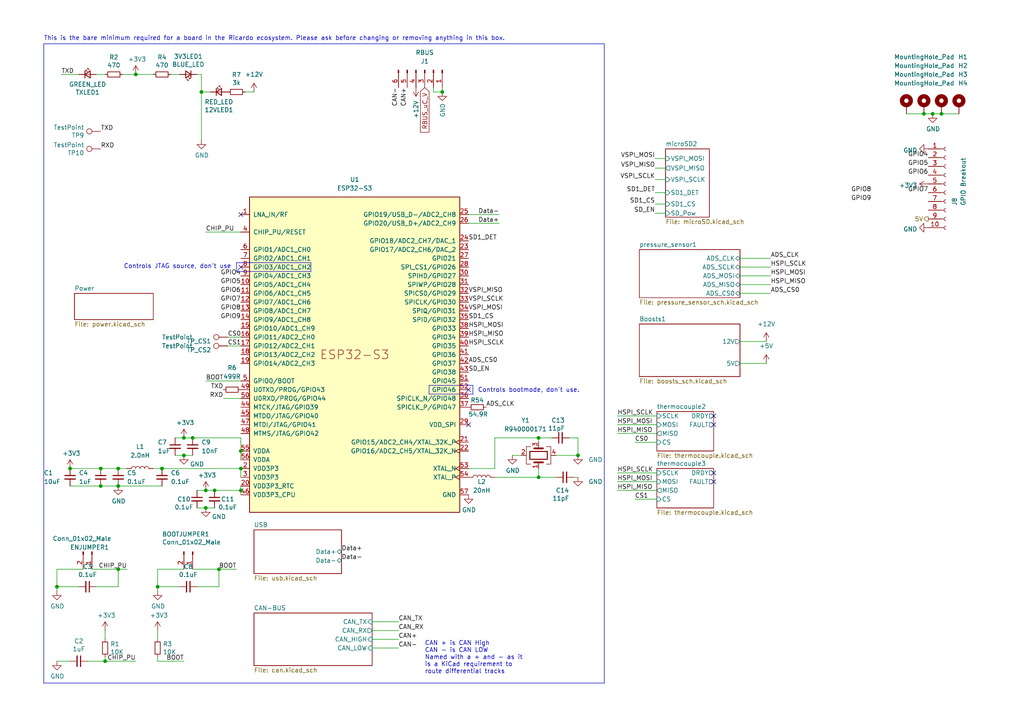
<source format=kicad_sch>
(kicad_sch (version 20231120) (generator "eeschema") (generator_version "8.0")
  (paper "A4")
  (lib_symbols
    (symbol "+12V_1" (power) (pin_names (offset 0))
      (property "Value" "+12V_1" (at 0 3.556 0))
      (symbol "+12V_1_0_1"
        (polyline (pts (xy -0.762 1.27) (xy 0 2.54)))
        (polyline (pts (xy 0 0) (xy 0 2.54)))
        (polyline (pts (xy 0 2.54) (xy 0.762 1.27)))
      )
      (symbol "+12V_1_1_1"
        (pin power_in line (at 0 0 90) (length 0) hide (name "+12V") (number "1"))
      )
    )
    (symbol "Connector:Conn_01x02_Male" (pin_names (offset 1.016) hide)
      (property "Reference" "J" (at 0 2.54 0))
      (property "Value" "Conn_01x02_Male" (at 0 -5.08 0))
      (symbol "Conn_01x02_Male_1_1"
        (polyline (pts (xy 1.27 -2.54) (xy 0.8636 -2.54)) (stroke (width 0.1524)))
        (polyline (pts (xy 1.27 0) (xy 0.8636 0)) (stroke (width 0.1524)))
        (rectangle (start 0.8636 -2.413) (end 0 -2.667) (stroke (width 0.1524)) (fill (type outline)))
        (rectangle (start 0.8636 0.127) (end 0 -0.127) (stroke (width 0.1524)) (fill (type outline)))
        (pin passive line (at 5.08 0 180) (length 3.81) (name "Pin_1") (number "1"))
        (pin passive line (at 5.08 -2.54 180) (length 3.81) (name "Pin_2") (number "2"))
      )
    )
    (symbol "Connector:Conn_01x06_Male" (pin_names (offset 1.016) hide)
      (property "Reference" "J" (at 0 7.62 0))
      (property "Value" "Conn_01x06_Male" (at 0 -10.16 0))
      (symbol "Conn_01x06_Male_1_1"
        (polyline (pts (xy 1.27 -7.62) (xy 0.8636 -7.62)) (stroke (width 0.1524)))
        (polyline (pts (xy 1.27 -5.08) (xy 0.8636 -5.08)) (stroke (width 0.1524)))
        (polyline (pts (xy 1.27 -2.54) (xy 0.8636 -2.54)) (stroke (width 0.1524)))
        (polyline (pts (xy 1.27 0) (xy 0.8636 0)) (stroke (width 0.1524)))
        (polyline (pts (xy 1.27 2.54) (xy 0.8636 2.54)) (stroke (width 0.1524)))
        (polyline (pts (xy 1.27 5.08) (xy 0.8636 5.08)) (stroke (width 0.1524)))
        (rectangle (start 0.8636 -7.493) (end 0 -7.747) (stroke (width 0.1524)) (fill (type outline)))
        (rectangle (start 0.8636 -4.953) (end 0 -5.207) (stroke (width 0.1524)) (fill (type outline)))
        (rectangle (start 0.8636 -2.413) (end 0 -2.667) (stroke (width 0.1524)) (fill (type outline)))
        (rectangle (start 0.8636 0.127) (end 0 -0.127) (stroke (width 0.1524)) (fill (type outline)))
        (rectangle (start 0.8636 2.667) (end 0 2.413) (stroke (width 0.1524)) (fill (type outline)))
        (rectangle (start 0.8636 5.207) (end 0 4.953) (stroke (width 0.1524)) (fill (type outline)))
        (pin passive line (at 5.08 5.08 180) (length 3.81) (name "Pin_1") (number "1"))
        (pin passive line (at 5.08 2.54 180) (length 3.81) (name "Pin_2") (number "2"))
        (pin passive line (at 5.08 0 180) (length 3.81) (name "Pin_3") (number "3"))
        (pin passive line (at 5.08 -2.54 180) (length 3.81) (name "Pin_4") (number "4"))
        (pin passive line (at 5.08 -5.08 180) (length 3.81) (name "Pin_5") (number "5"))
        (pin passive line (at 5.08 -7.62 180) (length 3.81) (name "Pin_6") (number "6"))
      )
    )
    (symbol "Connector:Conn_01x10_Socket" (pin_names (offset 1.016) hide)
      (property "Reference" "J" (at 0 12.7 0))
      (property "Value" "Conn_01x10_Socket" (at 0 -15.24 0))
      (symbol "Conn_01x10_Socket_1_1"
        (arc (start 0 -12.192) (mid -0.5058 -12.7) (end 0 -13.208) (stroke (width 0.1524)))
        (arc (start 0 -9.652) (mid -0.5058 -10.16) (end 0 -10.668) (stroke (width 0.1524)))
        (arc (start 0 -7.112) (mid -0.5058 -7.62) (end 0 -8.128) (stroke (width 0.1524)))
        (arc (start 0 -4.572) (mid -0.5058 -5.08) (end 0 -5.588) (stroke (width 0.1524)))
        (arc (start 0 -2.032) (mid -0.5058 -2.54) (end 0 -3.048) (stroke (width 0.1524)))
        (polyline (pts (xy -1.27 -12.7) (xy -0.508 -12.7)) (stroke (width 0.1524)))
        (polyline (pts (xy -1.27 -10.16) (xy -0.508 -10.16)) (stroke (width 0.1524)))
        (polyline (pts (xy -1.27 -7.62) (xy -0.508 -7.62)) (stroke (width 0.1524)))
        (polyline (pts (xy -1.27 -5.08) (xy -0.508 -5.08)) (stroke (width 0.1524)))
        (polyline (pts (xy -1.27 -2.54) (xy -0.508 -2.54)) (stroke (width 0.1524)))
        (polyline (pts (xy -1.27 0) (xy -0.508 0)) (stroke (width 0.1524)))
        (polyline (pts (xy -1.27 2.54) (xy -0.508 2.54)) (stroke (width 0.1524)))
        (polyline (pts (xy -1.27 5.08) (xy -0.508 5.08)) (stroke (width 0.1524)))
        (polyline (pts (xy -1.27 7.62) (xy -0.508 7.62)) (stroke (width 0.1524)))
        (polyline (pts (xy -1.27 10.16) (xy -0.508 10.16)) (stroke (width 0.1524)))
        (arc (start 0 0.508) (mid -0.5058 0) (end 0 -0.508) (stroke (width 0.1524)))
        (arc (start 0 3.048) (mid -0.5058 2.54) (end 0 2.032) (stroke (width 0.1524)))
        (arc (start 0 5.588) (mid -0.5058 5.08) (end 0 4.572) (stroke (width 0.1524)))
        (arc (start 0 8.128) (mid -0.5058 7.62) (end 0 7.112) (stroke (width 0.1524)))
        (arc (start 0 10.668) (mid -0.5058 10.16) (end 0 9.652) (stroke (width 0.1524)))
        (pin passive line (at -5.08 10.16 0) (length 3.81) (name "Pin_1") (number "1"))
        (pin passive line (at -5.08 -12.7 0) (length 3.81) (name "Pin_10") (number "10"))
        (pin passive line (at -5.08 7.62 0) (length 3.81) (name "Pin_2") (number "2"))
        (pin passive line (at -5.08 5.08 0) (length 3.81) (name "Pin_3") (number "3"))
        (pin passive line (at -5.08 2.54 0) (length 3.81) (name "Pin_4") (number "4"))
        (pin passive line (at -5.08 0 0) (length 3.81) (name "Pin_5") (number "5"))
        (pin passive line (at -5.08 -2.54 0) (length 3.81) (name "Pin_6") (number "6"))
        (pin passive line (at -5.08 -5.08 0) (length 3.81) (name "Pin_7") (number "7"))
        (pin passive line (at -5.08 -7.62 0) (length 3.81) (name "Pin_8") (number "8"))
        (pin passive line (at -5.08 -10.16 0) (length 3.81) (name "Pin_9") (number "9"))
      )
    )
    (symbol "Connector:TestPoint" (pin_numbers hide) (pin_names (offset 0.762) hide)
      (property "Reference" "TP" (at 0 6.858 0))
      (property "Value" "TestPoint" (at 0 5.08 0))
      (symbol "TestPoint_0_1"
        (circle (center 0 3.302) (radius 0.762))
      )
      (symbol "TestPoint_1_1"
        (pin passive line (at 0 0 90) (length 2.54) (name "1") (number "1"))
      )
    )
    (symbol "Device:C_Small" (pin_numbers hide) (pin_names (offset 0.254) hide)
      (property "Reference" "C" (at 0.254 1.778 0))
      (property "Value" "C_Small" (at 0.254 -2.032 0))
      (symbol "C_Small_0_1"
        (polyline (pts (xy -1.524 -0.508) (xy 1.524 -0.508)) (stroke (width 0.3302)))
        (polyline (pts (xy -1.524 0.508) (xy 1.524 0.508)) (stroke (width 0.3048)))
      )
      (symbol "C_Small_1_1"
        (pin passive line (at 0 2.54 270) (length 2.032) (name "~") (number "1"))
        (pin passive line (at 0 -2.54 90) (length 2.032) (name "~") (number "2"))
      )
    )
    (symbol "Device:Crystal_GND24" (pin_names (offset 1.016) hide)
      (property "Reference" "Y" (at 3.175 5.08 0))
      (property "Value" "Crystal_GND24" (at 3.175 3.175 0))
      (symbol "Crystal_GND24_0_1"
        (rectangle (start -1.143 2.54) (end 1.143 -2.54) (stroke (width 0.3048)))
        (polyline (pts (xy -2.54 0) (xy -2.032 0)))
        (polyline (pts (xy -2.032 -1.27) (xy -2.032 1.27)) (stroke (width 0.508)))
        (polyline (pts (xy 0 -3.81) (xy 0 -3.556)))
        (polyline (pts (xy 0 3.556) (xy 0 3.81)))
        (polyline (pts (xy 2.032 -1.27) (xy 2.032 1.27)) (stroke (width 0.508)))
        (polyline (pts (xy 2.032 0) (xy 2.54 0)))
        (polyline (pts (xy -2.54 -2.286) (xy -2.54 -3.556) (xy 2.54 -3.556) (xy 2.54 -2.286)))
        (polyline (pts (xy -2.54 2.286) (xy -2.54 3.556) (xy 2.54 3.556) (xy 2.54 2.286)))
      )
      (symbol "Crystal_GND24_1_1"
        (pin passive line (at -3.81 0 0) (length 1.27) (name "1") (number "1"))
        (pin passive line (at 0 5.08 270) (length 1.27) (name "2") (number "2"))
        (pin passive line (at 3.81 0 180) (length 1.27) (name "3") (number "3"))
        (pin passive line (at 0 -5.08 90) (length 1.27) (name "4") (number "4"))
      )
    )
    (symbol "Device:L" (pin_numbers hide) (pin_names (offset 1.016) hide)
      (property "Reference" "L" (at -1.27 0 90))
      (property "Value" "L" (at 1.905 0 90))
      (symbol "L_0_1"
        (arc (start 0 -2.54) (mid 0.6323 -1.905) (end 0 -1.27))
        (arc (start 0 -1.27) (mid 0.6323 -0.635) (end 0 0))
        (arc (start 0 0) (mid 0.6323 0.635) (end 0 1.27))
        (arc (start 0 1.27) (mid 0.6323 1.905) (end 0 2.54))
      )
      (symbol "L_1_1"
        (pin passive line (at 0 3.81 270) (length 1.27) (name "1") (number "1"))
        (pin passive line (at 0 -3.81 90) (length 1.27) (name "2") (number "2"))
      )
    )
    (symbol "Device:LED_Small" (pin_numbers hide) (pin_names (offset 0.254) hide)
      (property "Reference" "D" (at -1.27 3.175 0))
      (property "Value" "LED_Small" (at -4.445 -2.54 0))
      (symbol "LED_Small_0_1"
        (polyline (pts (xy -0.762 -1.016) (xy -0.762 1.016)) (stroke (width 0.254)))
        (polyline (pts (xy 1.016 0) (xy -0.762 0)))
        (polyline (pts (xy 0.762 -1.016) (xy -0.762 0) (xy 0.762 1.016) (xy 0.762 -1.016)) (stroke (width 0.254)))
        (polyline (pts (xy 0 0.762) (xy -0.508 1.27) (xy -0.254 1.27) (xy -0.508 1.27) (xy -0.508 1.016)))
        (polyline (pts (xy 0.508 1.27) (xy 0 1.778) (xy 0.254 1.778) (xy 0 1.778) (xy 0 1.524)))
      )
      (symbol "LED_Small_1_1"
        (pin passive line (at -2.54 0 0) (length 1.778) (name "K") (number "1"))
        (pin passive line (at 2.54 0 180) (length 1.778) (name "A") (number "2"))
      )
    )
    (symbol "Device:R_Small" (pin_numbers hide) (pin_names (offset 0.254) hide)
      (property "Reference" "R" (at 0.762 0.508 0))
      (property "Value" "R_Small" (at 0.762 -1.016 0))
      (symbol "R_Small_0_1"
        (rectangle (start -0.762 1.778) (end 0.762 -1.778) (stroke (width 0.2032)))
      )
      (symbol "R_Small_1_1"
        (pin passive line (at 0 2.54 270) (length 0.762) (name "~") (number "1"))
        (pin passive line (at 0 -2.54 90) (length 0.762) (name "~") (number "2"))
      )
    )
    (symbol "Espressif:ESP32-S3" (pin_names (offset 1.016))
      (property "Reference" "U" (at 0 48.26 0))
      (property "Value" "ESP32-S3" (at 0 -48.26 0))
      (symbol "ESP32-S3_0_0"
        (text "ESP32-S3" (at 0 0 0) (effects (font (size 2.54 2.54))))
        (pin bidirectional line (at 33.02 -12.7 180) (length 2.54) (name "SPICLK_N/GPIO48") (number "36"))
        (pin bidirectional line (at 33.02 -15.24 180) (length 2.54) (name "SPICLK_P/GPIO47") (number "37"))
      )
      (symbol "ESP32-S3_0_1"
        (rectangle (start -30.48 45.72) (end 30.48 -45.72) (stroke (width 0.254)) (fill (type background)))
      )
      (symbol "ESP32-S3_1_1"
        (pin bidirectional line (at -33.02 40.64 0) (length 2.54) (name "LNA_IN/RF") (number "1"))
        (pin bidirectional line (at -33.02 20.32 0) (length 2.54) (name "GPIO5/ADC1_CH4") (number "10"))
        (pin bidirectional line (at -33.02 17.78 0) (length 2.54) (name "GPIO6/ADC1_CH5") (number "11"))
        (pin bidirectional line (at -33.02 15.24 0) (length 2.54) (name "GPIO7/ADC1_CH6") (number "12"))
        (pin bidirectional line (at -33.02 12.7 0) (length 2.54) (name "GPIO8/ADC1_CH7") (number "13"))
        (pin bidirectional line (at -33.02 10.16 0) (length 2.54) (name "GPIO9/ADC1_CH8") (number "14"))
        (pin bidirectional line (at -33.02 7.62 0) (length 2.54) (name "GPIO10/ADC1_CH9") (number "15"))
        (pin bidirectional line (at -33.02 5.08 0) (length 2.54) (name "GPIO11/ADC2_CH0") (number "16"))
        (pin bidirectional line (at -33.02 2.54 0) (length 2.54) (name "GPIO12/ADC2_CH1") (number "17"))
        (pin bidirectional line (at -33.02 0 0) (length 2.54) (name "GPIO13/ADC2_CH2") (number "18"))
        (pin bidirectional line (at -33.02 -2.54 0) (length 2.54) (name "GPIO14/ADC2_CH3") (number "19"))
        (pin power_in line (at -33.02 -33.02 0) (length 2.54) (name "VDD3P3") (number "2"))
        (pin power_in line (at -33.02 -38.1 0) (length 2.54) (name "VDD3P3_RTC") (number "20"))
        (pin input clock (at 33.02 -25.4 180) (length 2.54) (name "GPIO15/ADC2_CH4/XTAL_32K_P") (number "21"))
        (pin output clock (at 33.02 -27.94 180) (length 2.54) (name "GPIO16/ADC2_CH5/XTAL_32K_N") (number "22"))
        (pin bidirectional line (at 33.02 30.48 180) (length 2.54) (name "GPIO17/ADC2_CH6/DAC_2") (number "23"))
        (pin bidirectional line (at 33.02 33.02 180) (length 2.54) (name "GPIO18/ADC2_CH7/DAC_1") (number "24"))
        (pin bidirectional line (at 33.02 40.64 180) (length 2.54) (name "GPIO19/USB_D-/ADC2_CH8") (number "25"))
        (pin bidirectional line (at 33.02 38.1 180) (length 2.54) (name "GPIO20/USB_D+/ADC2_CH9") (number "26"))
        (pin bidirectional line (at 33.02 27.94 180) (length 2.54) (name "GPIO21") (number "27"))
        (pin bidirectional line (at 33.02 25.4 180) (length 2.54) (name "SPI_CS1/GPIO26") (number "28"))
        (pin power_out line (at 33.02 -20.32 180) (length 2.54) (name "VDD_SPI") (number "29"))
        (pin power_in line (at -33.02 -35.56 0) (length 2.54) (name "VDD3P3") (number "3"))
        (pin bidirectional line (at 33.02 22.86 180) (length 2.54) (name "SPIHD/GPIO27") (number "30"))
        (pin bidirectional line (at 33.02 20.32 180) (length 2.54) (name "SPIWP/GPIO28") (number "31"))
        (pin bidirectional line (at 33.02 17.78 180) (length 2.54) (name "SPICS0/GPIO29") (number "32"))
        (pin bidirectional line (at 33.02 15.24 180) (length 2.54) (name "SPICLK/GPIO30") (number "33"))
        (pin bidirectional line (at 33.02 12.7 180) (length 2.54) (name "SPIQ/GPIO31") (number "34"))
        (pin bidirectional line (at 33.02 10.16 180) (length 2.54) (name "SPID/GPIO32") (number "35"))
        (pin bidirectional line (at 33.02 7.62 180) (length 2.54) (name "GPIO33") (number "38"))
        (pin bidirectional line (at 33.02 5.08 180) (length 2.54) (name "GPIO34") (number "39"))
        (pin input line (at -33.02 35.56 0) (length 2.54) (name "CHIP_PU/RESET") (number "4"))
        (pin bidirectional line (at 33.02 2.54 180) (length 2.54) (name "GPIO35") (number "40"))
        (pin bidirectional line (at 33.02 0 180) (length 2.54) (name "GPIO36") (number "41"))
        (pin bidirectional line (at 33.02 -2.54 180) (length 2.54) (name "GPIO37") (number "42"))
        (pin bidirectional line (at 33.02 -5.08 180) (length 2.54) (name "GPIO38") (number "43"))
        (pin bidirectional line (at -33.02 -15.24 0) (length 2.54) (name "MTCK/JTAG/GPIO39") (number "44"))
        (pin bidirectional line (at -33.02 -17.78 0) (length 2.54) (name "MTDO/JTAG/GPIO40") (number "45"))
        (pin power_in line (at -33.02 -40.64 0) (length 2.54) (name "VDD3P3_CPU") (number "46"))
        (pin bidirectional line (at -33.02 -20.32 0) (length 2.54) (name "MTDI/JTAG/GPIO41") (number "47"))
        (pin bidirectional line (at -33.02 -22.86 0) (length 2.54) (name "MTMS/JTAG/GPIO42") (number "48"))
        (pin bidirectional line (at -33.02 -10.16 0) (length 2.54) (name "U0TXD/PROG/GPIO43") (number "49"))
        (pin bidirectional line (at -33.02 -7.62 0) (length 2.54) (name "GPIO0/BOOT") (number "5"))
        (pin bidirectional line (at -33.02 -12.7 0) (length 2.54) (name "U0RXD/PROG/GPIO44") (number "50"))
        (pin bidirectional line (at 33.02 -7.62 180) (length 2.54) (name "GPIO45") (number "51"))
        (pin bidirectional line (at 33.02 -10.16 180) (length 2.54) (name "GPIO46") (number "52"))
        (pin input clock (at 33.02 -33.02 180) (length 2.54) (name "XTAL_N") (number "53"))
        (pin output clock (at 33.02 -35.56 180) (length 2.54) (name "XTAL_P") (number "54"))
        (pin power_in line (at -33.02 -27.94 0) (length 2.54) (name "VDDA") (number "55"))
        (pin power_in line (at -33.02 -30.48 0) (length 2.54) (name "VDDA") (number "56"))
        (pin power_in line (at 33.02 -40.64 180) (length 2.54) (name "GND") (number "57"))
        (pin bidirectional line (at -33.02 30.48 0) (length 2.54) (name "GPIO1/ADC1_CH0") (number "6"))
        (pin bidirectional line (at -33.02 27.94 0) (length 2.54) (name "GPIO2/ADC1_CH1") (number "7"))
        (pin bidirectional line (at -33.02 25.4 0) (length 2.54) (name "GPIO3/ADC1_CH2") (number "8"))
        (pin bidirectional line (at -33.02 22.86 0) (length 2.54) (name "GPIO4/ADC1_CH3") (number "9"))
      )
    )
    (symbol "Mechanical:MountingHole_Pad" (pin_numbers hide) (pin_names (offset 1.016) hide)
      (property "Reference" "H" (at 0 6.35 0))
      (property "Value" "MountingHole_Pad" (at 0 4.445 0))
      (symbol "MountingHole_Pad_0_1"
        (circle (center 0 1.27) (radius 1.27) (stroke (width 1.27)))
      )
      (symbol "MountingHole_Pad_1_1"
        (pin input line (at 0 -2.54 90) (length 2.54) (name "1") (number "1"))
      )
    )
    (symbol "power:+12V" (power) (pin_names (offset 0))
      (property "Value" "+12V" (at 0 3.556 0))
      (symbol "+12V_0_1"
        (polyline (pts (xy -0.762 1.27) (xy 0 2.54)))
        (polyline (pts (xy 0 0) (xy 0 2.54)))
        (polyline (pts (xy 0 2.54) (xy 0.762 1.27)))
      )
      (symbol "+12V_1_1"
        (pin power_in line (at 0 0 90) (length 0) hide (name "+12V") (number "1"))
      )
    )
    (symbol "power:+3.3V" (power) (pin_names (offset 0))
      (property "Value" "+3.3V" (at 0 3.556 0))
      (symbol "+3.3V_0_1"
        (polyline (pts (xy -0.762 1.27) (xy 0 2.54)))
        (polyline (pts (xy 0 0) (xy 0 2.54)))
        (polyline (pts (xy 0 2.54) (xy 0.762 1.27)))
      )
      (symbol "+3.3V_1_1"
        (pin power_in line (at 0 0 90) (length 0) hide (name "+3V3") (number "1"))
      )
    )
    (symbol "power:+5V" (power) (pin_names (offset 0))
      (property "Value" "+5V" (at 0 3.556 0))
      (symbol "+5V_0_1"
        (polyline (pts (xy -0.762 1.27) (xy 0 2.54)))
        (polyline (pts (xy 0 0) (xy 0 2.54)))
        (polyline (pts (xy 0 2.54) (xy 0.762 1.27)))
      )
      (symbol "+5V_1_1"
        (pin power_in line (at 0 0 90) (length 0) hide (name "+5V") (number "1"))
      )
    )
    (symbol "power:GND" (power) (pin_names (offset 0))
      (property "Value" "GND" (at 0 -3.81 0))
      (symbol "GND_0_1"
        (polyline (pts (xy 0 0) (xy 0 -1.27) (xy 1.27 -1.27) (xy 0 -2.54) (xy -1.27 -1.27) (xy 0 -1.27)))
      )
      (symbol "GND_1_1"
        (pin power_in line (at 0 0 270) (length 0) hide (name "GND") (number "1"))
      )
    )
  )
  (junction (at 39.37 21.59))
  (junction (at 59.69 142.24))
  (junction (at 53.34 127))
  (junction (at 58.42 26.67))
  (junction (at 30.48 191.77))
  (junction (at 69.85 142.24))
  (junction (at 55.88 127))
  (junction (at 63.5 165.1))
  (junction (at 59.69 147.32))
  (junction (at 62.23 142.24))
  (junction (at 34.29 135.89))
  (junction (at 20.32 135.89))
  (junction (at 45.72 170.18))
  (junction (at 29.21 135.89))
  (junction (at 34.29 140.97))
  (junction (at 156.21 127))
  (junction (at 273.05 33.02))
  (junction (at 53.34 132.08))
  (junction (at 156.21 138.43))
  (junction (at 69.85 130.81))
  (junction (at 29.21 140.97))
  (junction (at 16.51 170.18))
  (junction (at 270.51 33.02))
  (junction (at 267.97 33.02))
  (junction (at 167.64 132.08))
  (junction (at 46.99 135.89))
  (junction (at 128.27 26.67))
  (junction (at 34.29 165.1))
  (junction (at 69.85 135.89))
  (no_connect (at 207.01 139.7))
  (no_connect (at 69.85 77.47))
  (no_connect (at 207.01 123.19))
  (no_connect (at 69.85 62.23))
  (no_connect (at 135.89 113.03))
  (no_connect (at 207.01 120.65))
  (no_connect (at 135.89 123.19))
  (no_connect (at 207.01 137.16))
  (wire (pts (xy 189.992 59.182) (xy 193.04 59.182)))
  (wire (pts (xy 30.48 191.77) (xy 30.48 190.5)))
  (wire (pts (xy 135.89 62.23) (xy 144.78 62.23)))
  (wire (pts (xy 69.85 135.89) (xy 69.85 138.43)))
  (polyline (pts (xy 90.17 78.74) (xy 68.58 78.74)))
  (wire (pts (xy 63.5 170.18) (xy 63.5 165.1)))
  (polyline (pts (xy 68.58 76.2) (xy 68.58 78.74)))
  (wire (pts (xy 60.96 26.67) (xy 58.42 26.67)))
  (wire (pts (xy 16.51 191.77) (xy 20.32 191.77)))
  (wire (pts (xy 184.15 144.78) (xy 190.5 144.78)))
  (wire (pts (xy 107.95 180.34) (xy 115.57 180.34)))
  (wire (pts (xy 128.27 25.4) (xy 128.27 26.67)))
  (wire (pts (xy 179.07 123.19) (xy 190.5 123.19)))
  (wire (pts (xy 160.02 127) (xy 156.21 127)))
  (wire (pts (xy 45.72 165.1) (xy 53.34 165.1)))
  (wire (pts (xy 193.04 52.07) (xy 189.992 52.07)))
  (wire (pts (xy 125.73 26.67) (xy 128.27 26.67)))
  (wire (pts (xy 58.42 21.59) (xy 57.15 21.59)))
  (wire (pts (xy 29.21 135.89) (xy 34.29 135.89)))
  (wire (pts (xy 143.51 138.43) (xy 156.21 138.43)))
  (wire (pts (xy 59.69 110.49) (xy 69.85 110.49)))
  (polyline (pts (xy 12.7 12.7) (xy 12.7 198.12)))
  (wire (pts (xy 214.63 80.01) (xy 223.52 80.01)))
  (wire (pts (xy 267.97 33.02) (xy 262.89 33.02)))
  (wire (pts (xy 16.51 170.18) (xy 16.51 171.45)))
  (wire (pts (xy 57.15 170.18) (xy 63.5 170.18)))
  (polyline (pts (xy 137.16 111.76) (xy 137.16 114.3)))
  (wire (pts (xy 68.58 165.1) (xy 63.5 165.1)))
  (wire (pts (xy 179.07 120.65) (xy 190.5 120.65)))
  (wire (pts (xy 27.94 21.59) (xy 30.48 21.59)))
  (wire (pts (xy 16.51 165.1) (xy 16.51 170.18)))
  (wire (pts (xy 161.29 132.08) (xy 167.64 132.08)))
  (wire (pts (xy 30.48 182.88) (xy 30.48 185.42)))
  (wire (pts (xy 57.15 147.32) (xy 59.69 147.32)))
  (polyline (pts (xy 68.58 76.2) (xy 90.17 76.2)))
  (wire (pts (xy 34.29 135.89) (xy 36.83 135.89)))
  (wire (pts (xy 69.85 142.24) (xy 69.85 143.51)))
  (wire (pts (xy 62.23 142.24) (xy 69.85 142.24)))
  (wire (pts (xy 64.77 115.57) (xy 69.85 115.57)))
  (wire (pts (xy 53.34 132.08) (xy 55.88 132.08)))
  (wire (pts (xy 143.51 135.89) (xy 143.51 127)))
  (wire (pts (xy 190.5 125.73) (xy 179.07 125.73)))
  (wire (pts (xy 156.21 127) (xy 156.21 128.27)))
  (wire (pts (xy 34.29 165.1) (xy 36.83 165.1)))
  (wire (pts (xy 50.8 132.08) (xy 53.34 132.08)))
  (polyline (pts (xy 124.46 111.76) (xy 124.46 114.3)))
  (polyline (pts (xy 12.7 12.7) (xy 175.26 12.7)))
  (wire (pts (xy 44.45 135.89) (xy 46.99 135.89)))
  (wire (pts (xy 69.85 130.81) (xy 69.85 133.35)))
  (wire (pts (xy 189.992 55.88) (xy 193.04 55.88)))
  (wire (pts (xy 22.86 170.18) (xy 16.51 170.18)))
  (wire (pts (xy 189.992 61.849) (xy 193.04 61.849)))
  (wire (pts (xy 50.8 127) (xy 53.34 127)))
  (wire (pts (xy 17.78 21.59) (xy 22.86 21.59)))
  (wire (pts (xy 52.07 170.18) (xy 45.72 170.18)))
  (wire (pts (xy 214.63 74.93) (xy 223.52 74.93)))
  (wire (pts (xy 66.04 100.33) (xy 69.85 100.33)))
  (wire (pts (xy 278.13 33.02) (xy 273.05 33.02)))
  (wire (pts (xy 29.21 140.97) (xy 34.29 140.97)))
  (wire (pts (xy 35.56 21.59) (xy 39.37 21.59)))
  (wire (pts (xy 55.88 127) (xy 69.85 127)))
  (wire (pts (xy 107.95 187.96) (xy 115.57 187.96)))
  (wire (pts (xy 107.95 182.88) (xy 115.57 182.88)))
  (wire (pts (xy 69.85 127) (xy 69.85 130.81)))
  (polyline (pts (xy 137.16 114.3) (xy 124.46 114.3)))
  (wire (pts (xy 214.63 85.09) (xy 223.52 85.09)))
  (wire (pts (xy 193.04 45.974) (xy 189.992 45.974)))
  (wire (pts (xy 55.88 165.1) (xy 63.5 165.1)))
  (wire (pts (xy 193.04 48.768) (xy 189.992 48.768)))
  (wire (pts (xy 125.73 25.4) (xy 125.73 26.67)))
  (wire (pts (xy 25.4 191.77) (xy 30.48 191.77)))
  (wire (pts (xy 273.05 33.02) (xy 270.51 33.02)))
  (wire (pts (xy 135.89 135.89) (xy 143.51 135.89)))
  (wire (pts (xy 45.72 170.18) (xy 45.72 171.45)))
  (wire (pts (xy 45.72 191.77) (xy 45.72 190.5)))
  (wire (pts (xy 49.53 21.59) (xy 52.07 21.59)))
  (wire (pts (xy 148.59 132.08) (xy 151.13 132.08)))
  (wire (pts (xy 179.07 137.16) (xy 190.5 137.16)))
  (wire (pts (xy 58.42 21.59) (xy 58.42 26.67)))
  (wire (pts (xy 161.29 138.43) (xy 156.21 138.43)))
  (wire (pts (xy 59.69 67.31) (xy 69.85 67.31)))
  (wire (pts (xy 214.63 82.55) (xy 223.52 82.55)))
  (wire (pts (xy 53.34 191.77) (xy 45.72 191.77)))
  (wire (pts (xy 214.63 105.41) (xy 222.25 105.41)))
  (wire (pts (xy 214.63 99.06) (xy 222.25 99.06)))
  (wire (pts (xy 58.42 26.67) (xy 58.42 40.64)))
  (wire (pts (xy 184.15 128.27) (xy 190.5 128.27)))
  (wire (pts (xy 156.21 135.89) (xy 156.21 138.43)))
  (wire (pts (xy 34.29 170.18) (xy 34.29 165.1)))
  (polyline (pts (xy 90.17 76.2) (xy 90.17 78.74)))
  (wire (pts (xy 143.51 127) (xy 156.21 127)))
  (wire (pts (xy 167.64 138.43) (xy 166.37 138.43)))
  (wire (pts (xy 20.32 135.89) (xy 29.21 135.89)))
  (wire (pts (xy 167.64 127) (xy 167.64 132.08)))
  (wire (pts (xy 66.04 97.79) (xy 69.85 97.79)))
  (wire (pts (xy 190.5 142.24) (xy 179.07 142.24)))
  (wire (pts (xy 39.37 21.59) (xy 44.45 21.59)))
  (polyline (pts (xy 124.46 111.76) (xy 137.16 111.76)))
  (wire (pts (xy 59.69 147.32) (xy 62.23 147.32)))
  (wire (pts (xy 30.48 191.77) (xy 39.37 191.77)))
  (wire (pts (xy 270.51 33.02) (xy 267.97 33.02)))
  (wire (pts (xy 107.95 185.42) (xy 115.57 185.42)))
  (wire (pts (xy 53.34 127) (xy 55.88 127)))
  (wire (pts (xy 73.66 26.67) (xy 71.12 26.67)))
  (wire (pts (xy 46.99 135.89) (xy 69.85 135.89)))
  (polyline (pts (xy 175.26 12.7) (xy 175.26 198.12)))
  (wire (pts (xy 34.29 140.97) (xy 46.99 140.97)))
  (wire (pts (xy 135.89 64.77) (xy 144.78 64.77)))
  (wire (pts (xy 27.94 170.18) (xy 34.29 170.18)))
  (wire (pts (xy 214.63 77.47) (xy 223.52 77.47)))
  (wire (pts (xy 45.72 165.1) (xy 45.72 170.18)))
  (wire (pts (xy 59.69 142.24) (xy 62.23 142.24)))
  (wire (pts (xy 57.15 142.24) (xy 59.69 142.24)))
  (wire (pts (xy 20.32 140.97) (xy 29.21 140.97)))
  (wire (pts (xy 69.85 142.24) (xy 69.85 140.97)))
  (wire (pts (xy 167.64 127) (xy 165.1 127)))
  (wire (pts (xy 179.07 139.7) (xy 190.5 139.7)))
  (wire (pts (xy 26.67 165.1) (xy 34.29 165.1)))
  (wire (pts (xy 45.72 182.88) (xy 45.72 185.42)))
  (wire (pts (xy 16.51 165.1) (xy 24.13 165.1)))
  (polyline (pts (xy 175.26 198.12) (xy 12.7 198.12)))
  (text "Controls bootmode, don't use.\n" (at 138.5894 113.9757 0) (effects (font (size 1.27 1.27)) (justify left bottom)))
  (text "This is the bare minimum required for a board in the Ricardo ecosystem. Please ask before changing or removing anything in this box.\n\n" (at 12.7 13.97 0) (effects (font (size 1.27 1.27)) (justify left bottom)))
  (text "CAN + is CAN High\nCAN - is CAN LOW\nNamed with a + and - as it\nis a KiCad requirement to\nroute differential tracks\n" (at 123.19 195.58 0) (effects (font (size 1.27 1.27)) (justify left bottom)))
  (text "Controls JTAG source, don't use\n" (at 67.0857 78.0878 0) (effects (font (size 1.27 1.27)) (justify right bottom)))
  (label "ADS_CS0" (at 135.89 105.41 0))
  (label "GPIO9" (at 252.73 58.42 180))
  (label "ADS_CLK" (at 223.52 74.93 0))
  (label "GPIO5" (at 269.24 48.26 180))
  (label "VSPI_MISO" (at 135.89 85.09 0))
  (label "CS0" (at 66.04 97.79 0))
  (label "CHIP_PU" (at 36.83 165.1 180))
  (label "GPIO8" (at 69.85 90.17 180))
  (label "GPIO6" (at 269.24 50.8 180))
  (label "CAN+" (at 115.57 185.42 0))
  (label "Data+" (at 99.06 160.02 0))
  (label "RXD" (at 29.21 43.18 0))
  (label "GPIO4" (at 69.85 80.01 180))
  (label "GPIO7" (at 69.85 87.63 180))
  (label "HSPI_MISO" (at 179.07 142.24 0))
  (label "HSPI_MOSI" (at 179.07 139.7 0))
  (label "HSPI_MOSI" (at 179.07 123.19 0))
  (label "CS0" (at 184.15 128.27 0))
  (label "HSPI_SCLK" (at 223.52 77.47 0))
  (label "SD1_CS" (at 189.992 59.182 180))
  (label "Data-" (at 99.06 162.56 0))
  (label "BOOT" (at 53.34 191.77 180))
  (label "VSPI_SCLK" (at 189.992 52.07 180))
  (label "GPIO6" (at 69.85 85.09 180))
  (label "SD_EN" (at 189.992 61.849 180))
  (label "TXD" (at 29.21 38.1 0))
  (label "HSPI_MISO" (at 223.52 82.55 0))
  (label "CS1" (at 66.04 100.33 0))
  (label "CAN-" (at 115.57 25.4 270))
  (label "HSPI_MOSI" (at 223.52 80.01 0))
  (label "CAN+" (at 118.11 25.4 270))
  (label "GPIO4" (at 269.24 45.72 180))
  (label "ADS_CLK" (at 140.97 118.11 0))
  (label "CAN_TX" (at 115.57 180.34 0))
  (label "GPIO5" (at 69.85 82.55 180))
  (label "HSPI_MOSI" (at 135.89 95.25 0))
  (label "BOOT" (at 68.58 165.1 180))
  (label "CS1" (at 184.15 144.78 0))
  (label "VSPI_MISO" (at 189.992 48.768 180))
  (label "HSPI_SCLK" (at 135.89 100.33 0))
  (label "SD_EN" (at 135.89 107.95 0))
  (label "RXD" (at 64.77 115.57 180))
  (label "SD1_CS" (at 135.89 92.71 0))
  (label "BOOT" (at 59.69 110.49 0))
  (label "TXD" (at 64.77 113.03 180))
  (label "VSPI_SCLK" (at 135.89 87.63 0))
  (label "GPIO7" (at 269.24 55.88 180))
  (label "HSPI_MISO" (at 135.89 97.79 0))
  (label "GPIO9" (at 69.85 92.71 180))
  (label "CHIP_PU" (at 59.69 67.31 0))
  (label "HSPI_MISO" (at 179.07 125.73 0))
  (label "CAN_RX" (at 115.57 182.88 0))
  (label "Data+" (at 144.78 64.77 180))
  (label "Data-" (at 144.78 62.23 180))
  (label "CAN-" (at 115.57 187.96 0))
  (label "GPIO8" (at 252.73 55.88 180))
  (label "HSPI_SCLK" (at 179.07 120.65 0))
  (label "SD1_DET" (at 189.992 55.88 180))
  (label "SD1_DET" (at 135.89 69.85 0))
  (label "VSPI_MOSI" (at 189.992 45.974 180))
  (label "ADS_CS0" (at 223.52 85.09 0))
  (label "VSPI_MOSI" (at 135.89 90.17 0))
  (label "TXD" (at 17.78 21.59 0))
  (label "CHIP_PU" (at 39.37 191.77 180))
  (label "HSPI_SCLK" (at 179.07 137.16 0))
  (global_label "RBUS_uC_V" (shape input) (at 123.19 25.4 270) (property "Intersheetrefs" "${INTERSHEET_REFS}" (effects (hide yes))))
  (hierarchical_label "5V" (shape output) (at 269.24 63.5 180))
  (symbol (lib_id "power:+3.3V") (at 30.48 182.88 0) (unit 1)
    (property "Reference" "#PWR04" (effects (hide yes)))
    (property "Value" "+3V3" (at 30.861 178.4858 0))
  )
  (symbol (lib_id "Device:R_Small") (at 30.48 187.96 0) (unit 1)
    (property "Reference" "R1" (at 31.9786 186.7916 0) (effects (justify left)))
    (property "Value" "10K" (at 31.9786 189.103 0) (effects (justify left)))
    (property "Footprint" "Resistor_SMD:R_0402_1005Metric" (effects (hide yes)))
  )
  (symbol (lib_id "Device:C_Small") (at 22.86 191.77 270) (unit 1)
    (property "Reference" "C2" (at 22.86 185.9534 90))
    (property "Value" "1uF" (at 22.86 188.2648 90))
    (property "Footprint" "Capacitor_SMD:C_0402_1005Metric" (effects (hide yes)))
  )
  (symbol (lib_id "power:GND") (at 16.51 191.77 0) (unit 1)
    (property "Reference" "#PWR02" (effects (hide yes)))
    (property "Value" "GND" (at 16.637 196.1642 0))
  )
  (symbol (lib_id "power:+3.3V") (at 45.72 182.88 0) (unit 1)
    (property "Reference" "#PWR08" (effects (hide yes)))
    (property "Value" "+3V3" (at 46.101 178.4858 0))
  )
  (symbol (lib_id "Device:R_Small") (at 45.72 187.96 0) (unit 1)
    (property "Reference" "R3" (at 47.2186 186.7916 0) (effects (justify left)))
    (property "Value" "10K" (at 47.2186 189.103 0) (effects (justify left)))
    (property "Footprint" "Resistor_SMD:R_0402_1005Metric" (effects (hide yes)))
  )
  (symbol (lib_id "power:GND") (at 45.72 171.45 0) (unit 1)
    (property "Reference" "#PWR07" (effects (hide yes)))
    (property "Value" "GND" (at 45.847 175.8442 0))
  )
  (symbol (lib_id "Device:C_Small") (at 54.61 170.18 270) (unit 1)
    (property "Reference" "C8" (at 54.61 164.3634 90))
    (property "Value" "0.1uF" (at 54.61 166.6748 90))
    (property "Footprint" "Capacitor_SMD:C_0402_1005Metric" (effects (hide yes)))
  )
  (symbol (lib_id "power:GND") (at 16.51 171.45 0) (unit 1)
    (property "Reference" "#PWR01" (effects (hide yes)))
    (property "Value" "GND" (at 16.637 175.8442 0))
  )
  (symbol (lib_id "Device:C_Small") (at 25.4 170.18 270) (unit 1)
    (property "Reference" "C3" (at 25.4 164.3634 90))
    (property "Value" "0.1uF" (at 25.4 166.6748 90))
    (property "Footprint" "Capacitor_SMD:C_0402_1005Metric" (effects (hide yes)))
  )
  (symbol (lib_id "Device:LED_Small") (at 25.4 21.59 0) (unit 1)
    (property "Reference" "TXLED1" (at 25.4 26.797 0))
    (property "Value" "GREEN_LED" (at 25.4 24.4856 0))
    (property "Footprint" "Resistor_SMD:R_0402_1005Metric" (effects (hide yes)))
  )
  (symbol (lib_id "Device:R_Small") (at 33.02 21.59 270) (unit 1)
    (property "Reference" "R2" (at 33.02 16.6116 90))
    (property "Value" "470" (at 33.02 18.923 90))
    (property "Footprint" "Resistor_SMD:R_0402_1005Metric" (effects (hide yes)))
  )
  (symbol (lib_id "power:GND") (at 58.42 40.64 0) (unit 1)
    (property "Reference" "#PWR012" (effects (hide yes)))
    (property "Value" "GND" (at 58.547 45.0342 0))
  )
  (symbol (lib_id "power:+3.3V") (at 39.37 21.59 0) (unit 1)
    (property "Reference" "#PWR06" (effects (hide yes)))
    (property "Value" "+3V3" (at 39.751 17.1958 0))
  )
  (symbol (lib_id "Device:LED_Small") (at 54.61 21.59 180) (unit 1)
    (property "Reference" "3V3LED1" (at 54.61 16.383 0))
    (property "Value" "BLUE_LED" (at 54.61 18.6944 0))
    (property "Footprint" "Resistor_SMD:R_0402_1005Metric" (effects (hide yes)))
  )
  (symbol (lib_id "Device:R_Small") (at 46.99 21.59 270) (unit 1)
    (property "Reference" "R4" (at 46.99 16.6116 90))
    (property "Value" "470" (at 46.99 18.923 90))
    (property "Footprint" "Resistor_SMD:R_0402_1005Metric" (effects (hide yes)))
  )
  (symbol (lib_id "Connector:Conn_01x02_Male") (at 26.67 160.02 270) (unit 1)
    (property "Reference" "ENJUMPER1" (at 20.32 158.75 90) (effects (justify left)))
    (property "Value" "Conn_01x02_Male" (at 15.24 156.21 90) (effects (justify left)))
    (property "Footprint" "Connector_PinHeader_2.54mm:PinHeader_1x02_P2.54mm_Vertical" (effects (hide yes)))
  )
  (symbol (lib_id "Connector:Conn_01x02_Male") (at 55.88 160.02 270) (unit 1)
    (property "Reference" "BOOTJUMPER1" (at 46.99 154.94 90) (effects (justify left)))
    (property "Value" "Conn_01x02_Male" (at 46.99 157.2514 90) (effects (justify left)))
    (property "Footprint" "Connector_PinHeader_2.54mm:PinHeader_1x02_P2.54mm_Vertical" (effects (hide yes)))
  )
  (symbol (lib_id "power:GND") (at 128.27 26.67 0) (unit 1)
    (property "Reference" "#PWR018" (effects (hide yes)))
    (property "Value" "GND" (at 128.397 29.9212 90) (effects (justify right)))
  )
  (symbol (lib_id "Connector:Conn_01x06_Male") (at 123.19 20.32 270) (unit 1)
    (property "Reference" "J1" (at 123.19 17.78 90))
    (property "Value" "RBUS" (at 123.19 15.24 90))
    (property "Footprint" "Connector_Molex:Molex_Mini-Fit_Jr_5566-06A_2x03_P4.20mm_Vertical" (effects (hide yes)))
  )
  (symbol (lib_id "Device:LED_Small") (at 63.5 26.67 0) (unit 1)
    (property "Reference" "12VLED1" (at 63.5 31.877 0))
    (property "Value" "RED_LED" (at 63.5 29.5656 0))
    (property "Footprint" "Resistor_SMD:R_0402_1005Metric" (effects (hide yes)))
  )
  (symbol (lib_id "Device:R_Small") (at 68.58 26.67 270) (unit 1)
    (property "Reference" "R7" (at 68.58 21.6916 90))
    (property "Value" "3k" (at 68.58 24.003 90))
    (property "Footprint" "Resistor_SMD:R_0402_1005Metric" (effects (hide yes)))
  )
  (symbol (lib_id "Connector:TestPoint") (at 29.21 38.1 90) (unit 1)
    (property "Reference" "TP9" (at 24.4348 39.2684 90) (effects (justify left)))
    (property "Value" "TestPoint" (at 24.4348 36.957 90) (effects (justify left)))
    (property "Footprint" "TestPoint:TestPoint_Pad_D1.0mm" (effects (hide yes)))
  )
  (symbol (lib_id "power:GND") (at 167.64 132.08 0) (unit 1)
    (property "Reference" "#PWR021" (effects (hide yes)))
    (property "Value" "GND" (at 172.72 133.35 0))
  )
  (symbol (lib_id "power:GND") (at 34.29 140.97 0) (unit 1)
    (property "Reference" "#PWR05" (effects (hide yes)))
    (property "Value" "GND" (at 34.417 145.3642 0))
  )
  (symbol (lib_id "Device:C_Small") (at 55.88 129.54 0) (unit 1)
    (property "Reference" "C9" (at 58.42 128.2762 0) (effects (justify left)))
    (property "Value" "10nF" (at 58.42 130.8162 0) (effects (justify left)))
    (property "Footprint" "Capacitor_SMD:C_0402_1005Metric" (effects (hide yes)))
  )
  (symbol (lib_id "power:+3.3V") (at 53.34 127 0) (unit 1)
    (property "Reference" "#PWR010" (effects (hide yes)))
    (property "Value" "+3V3" (at 53.721 122.6058 0))
  )
  (symbol (lib_id "Mechanical:MountingHole_Pad") (at 267.97 30.48 0) (unit 1)
    (property "Reference" "H2" (at 280.67 19.05 0) (effects (justify right)))
    (property "Value" "MountingHole_Pad" (at 276.86 21.59 0) (effects (justify right)))
    (property "Footprint" "MountingHole:MountingHole_3.2mm_M3_DIN965_Pad" (effects (hide yes)))
  )
  (symbol (lib_id "Device:R_Small") (at 138.43 118.11 270) (mirror x) (unit 1)
    (property "Reference" "R54" (at 138.43 116.078 90))
    (property "Value" "54.9R" (at 138.684 120.142 90))
    (property "Footprint" "Resistor_SMD:R_0402_1005Metric" (effects (hide yes)))
  )
  (symbol (lib_id "Device:C_Small") (at 50.8 129.54 0) (unit 1)
    (property "Reference" "C7" (at 45.72 128.27 0) (effects (justify left)))
    (property "Value" "1uF" (at 45.72 130.81 0) (effects (justify left)))
    (property "Footprint" "Capacitor_SMD:C_0402_1005Metric" (effects (hide yes)))
  )
  (symbol (lib_id "power:GND") (at 269.24 43.18 270) (unit 1)
    (property "Reference" "#PWR0123" (effects (hide yes)))
    (property "Value" "GND" (at 266.0651 43.6138 90) (effects (justify right)))
  )
  (symbol (lib_id "power:+12V") (at 73.66 26.67 0) (unit 1)
    (property "Reference" "#PWR015" (effects (hide yes)))
    (property "Value" "+12V" (at 73.66 21.59 0))
  )
  (symbol (lib_id "Mechanical:MountingHole_Pad") (at 278.13 30.48 0) (unit 1)
    (property "Reference" "H4" (at 280.67 24.13 0) (effects (justify right)))
    (property "Value" "MountingHole_Pad" (at 276.86 16.51 0) (effects (justify right)))
    (property "Footprint" "MountingHole:MountingHole_3.2mm_M3_DIN965_Pad" (effects (hide yes)))
  )
  (symbol (lib_id "power:GND") (at 59.69 147.32 0) (unit 1)
    (property "Reference" "#PWR014" (effects (hide yes)))
    (property "Value" "GND" (at 63.5 149.86 0))
  )
  (symbol (lib_id "Connector:Conn_01x10_Socket") (at 274.32 53.34 0) (unit 1)
    (property "Reference" "J8" (at 276.86 59.69 90) (effects (justify left)))
    (property "Value" "GPIO Breakout" (at 279.3969 59.69 90) (effects (justify left)))
    (property "Footprint" "Connector_PinSocket_2.54mm:PinSocket_2x05_P2.54mm_Vertical" (effects (hide yes)))
    (property "Description" "Generic connector, single row, 01x10, script generated" (effects (hide yes)))
  )
  (symbol (lib_id "power:+12V") (at 120.65 25.4 180) (unit 1)
    (property "Reference" "#PWR017" (effects (hide yes)))
    (property "Value" "+12V" (at 120.65 31.75 90))
  )
  (symbol (lib_id "power:+5V") (at 222.25 105.41 0) (unit 1)
    (property "Reference" "#PWR016" (effects (hide yes)))
    (property "Value" "+5V" (at 222.25 100.33 0))
  )
  (symbol (lib_id "Device:C_Small") (at 20.32 138.43 0) (unit 1)
    (property "Reference" "C1" (at 12.7 137.16 0) (effects (justify left)))
    (property "Value" "10uF" (at 12.7 139.7 0) (effects (justify left)))
    (property "Footprint" "Capacitor_SMD:C_0402_1005Metric" (effects (hide yes)))
  )
  (symbol (lib_id "Device:C_Small") (at 57.15 144.78 0) (unit 1)
    (property "Reference" "C10" (at 53.34 144.78 0))
    (property "Value" "0.1uF" (at 53.34 147.0914 0))
    (property "Footprint" "Capacitor_SMD:C_0402_1005Metric" (effects (hide yes)))
  )
  (symbol (lib_id "Device:C_Small") (at 163.83 138.43 90) (unit 1)
    (property "Reference" "C14" (at 165.1 142.24 90) (effects (justify left)))
    (property "Value" "11pF" (at 165.1 144.5514 90) (effects (justify left)))
    (property "Footprint" "Capacitor_SMD:C_0402_1005Metric" (effects (hide yes)))
  )
  (symbol (lib_id "power:GND") (at 167.64 138.43 0) (unit 1)
    (property "Reference" "#PWR022" (effects (hide yes)))
    (property "Value" "GND" (at 172.72 139.7 0))
  )
  (symbol (lib_id "Device:C_Small") (at 34.29 138.43 0) (unit 1)
    (property "Reference" "C5" (at 36.83 137.1662 0) (effects (justify left)))
    (property "Value" "0.1uF" (at 36.83 139.7062 0) (effects (justify left)))
    (property "Footprint" "Capacitor_SMD:C_0402_1005Metric" (effects (hide yes)))
  )
  (symbol (lib_id "power:GND") (at 269.24 66.04 270) (unit 1)
    (property "Reference" "#PWR0125" (effects (hide yes)))
    (property "Value" "GND" (at 266.0651 66.4738 90) (effects (justify right)))
  )
  (symbol (lib_id "power:GND") (at 53.34 132.08 0) (unit 1)
    (property "Reference" "#PWR011" (effects (hide yes)))
    (property "Value" "GND" (at 57.15 134.62 0))
  )
  (symbol (lib_id "power:+3.3V") (at 269.24 53.34 90) (unit 1)
    (property "Reference" "#PWR0124" (effects (hide yes)))
    (property "Value" "+3V3" (at 266.065 53.7738 90) (effects (justify left)))
  )
  (symbol (lib_id "Mechanical:MountingHole_Pad") (at 262.89 30.48 0) (unit 1)
    (property "Reference" "H1" (at 280.67 16.51 0) (effects (justify right)))
    (property "Value" "MountingHole_Pad" (at 276.86 24.13 0) (effects (justify right)))
    (property "Footprint" "MountingHole:MountingHole_3.2mm_M3_DIN965_Pad" (effects (hide yes)))
  )
  (symbol (lib_id "Device:C_Small") (at 62.23 144.78 0) (unit 1)
    (property "Reference" "C11" (at 66.04 144.78 0))
    (property "Value" "0.1uF" (at 66.04 147.0914 0))
    (property "Footprint" "Capacitor_SMD:C_0402_1005Metric" (effects (hide yes)))
  )
  (symbol (lib_id "Device:C_Small") (at 162.56 127 90) (unit 1)
    (property "Reference" "C13" (at 163.83 121.92 90) (effects (justify left)))
    (property "Value" "11pF" (at 163.83 124.2314 90) (effects (justify left)))
    (property "Footprint" "Capacitor_SMD:C_0402_1005Metric" (effects (hide yes)))
  )
  (symbol (lib_id "power:GND") (at 148.59 132.08 0) (unit 1)
    (property "Reference" "#PWR020" (effects (hide yes)))
    (property "Value" "GND" (at 148.717 136.4742 0))
  )
  (symbol (lib_id "Device:L") (at 139.7 138.43 90) (unit 1)
    (property "Reference" "L2" (at 139.7 139.7 90))
    (property "Value" "20nH" (at 139.7 142.24 90))
    (property "Footprint" "Inductor_SMD:L_0402_1005Metric" (effects (hide yes)))
  )
  (symbol (lib_id "power:+3.3V") (at 59.69 142.24 0) (unit 1)
    (property "Reference" "#PWR013" (effects (hide yes)))
    (property "Value" "+3V3" (at 60.071 137.8458 0))
  )
  (symbol (lib_id "Connector:TestPoint") (at 29.21 43.18 90) (unit 1)
    (property "Reference" "TP10" (at 24.4348 44.3484 90) (effects (justify left)))
    (property "Value" "TestPoint" (at 24.4348 42.037 90) (effects (justify left)))
    (property "Footprint" "TestPoint:TestPoint_Pad_D1.0mm" (effects (hide yes)))
  )
  (symbol (lib_id "Connector:TestPoint") (at 66.04 97.79 90) (unit 1)
    (property "Reference" "TP_CS1" (at 61.2648 98.9584 90) (effects (justify left)))
    (property "Value" "TestPoint" (at 55.88 97.79 90) (effects (justify left)))
    (property "Footprint" "TestPoint:TestPoint_Pad_D1.0mm" (effects (hide yes)))
  )
  (symbol (lib_id "Device:L") (at 40.64 135.89 90) (unit 1)
    (property "Reference" "L1" (at 40.64 129.54 90))
    (property "Value" "2.0nH" (at 40.64 132.08 90))
    (property "Footprint" "Inductor_SMD:L_0402_1005Metric" (effects (hide yes)))
  )
  (symbol (lib_id "power:+3.3V") (at 20.32 135.89 0) (unit 1)
    (property "Reference" "#PWR03" (effects (hide yes)))
    (property "Value" "+3V3" (at 20.701 131.4958 0))
  )
  (symbol (lib_id "Espressif:ESP32-S3") (at 102.87 102.87 0) (unit 1)
    (property "Reference" "U1" (at 102.87 52.07 0))
    (property "Value" "ESP32-S3" (at 102.87 54.61 0))
    (property "Footprint" "iclr:QFN40P700X700X90-57N" (effects (hide yes)))
    (property "Datasheet" "https://www.espressif.com/sites/default/files/documentation/esp32-s3_datasheet_en.pdf" (effects (hide yes)))
  )
  (symbol (lib_id "Mechanical:MountingHole_Pad") (at 273.05 30.48 0) (unit 1)
    (property "Reference" "H3" (at 280.67 21.59 0) (effects (justify right)))
    (property "Value" "MountingHole_Pad" (at 276.86 19.05 0) (effects (justify right)))
    (property "Footprint" "MountingHole:MountingHole_3.2mm_M3_DIN965_Pad" (effects (hide yes)))
  )
  (symbol (lib_name "+12V_1") (lib_id "power:+12V") (at 222.25 99.06 0) (unit 1)
    (property "Reference" "#PWR09" (effects (hide yes)))
    (property "Value" "+12V" (at 222.25 93.98 0))
  )
  (symbol (lib_id "power:GND") (at 270.51 33.02 0) (unit 1)
    (property "Reference" "#PWR023" (effects (hide yes)))
    (property "Value" "GND" (at 270.637 37.4142 0))
  )
  (symbol (lib_id "Device:Crystal_GND24") (at 156.21 132.08 90) (unit 1)
    (property "Reference" "Y1" (at 152.4 121.92 90))
    (property "Value" "R940000171" (at 152.4 124.46 90))
    (property "Footprint" "Crystal:Crystal_SMD_2016-4Pin_2.0x1.6mm" (effects (hide yes)))
  )
  (symbol (lib_id "Device:C_Small") (at 29.21 138.43 0) (unit 1)
    (property "Reference" "C4" (at 22.86 137.16 0) (effects (justify left)))
    (property "Value" "1uF" (at 22.86 139.7 0) (effects (justify left)))
    (property "Footprint" "Capacitor_SMD:C_0402_1005Metric" (effects (hide yes)))
  )
  (symbol (lib_id "power:GND") (at 135.89 143.51 0) (unit 1)
    (property "Reference" "#PWR019" (effects (hide yes)))
    (property "Value" "GND" (at 136.017 147.9042 0))
  )
  (symbol (lib_id "Device:R_Small") (at 67.31 113.03 90) (unit 1)
    (property "Reference" "R6" (at 67.31 106.68 90))
    (property "Value" "499R" (at 67.31 109.22 90))
    (property "Footprint" "Resistor_SMD:R_0402_1005Metric" (effects (hide yes)))
  )
  (symbol (lib_id "Connector:TestPoint") (at 66.04 100.33 90) (unit 1)
    (property "Reference" "TP_CS2" (at 61.2648 101.4984 90) (effects (justify left)))
    (property "Value" "TestPoint" (at 55.88 100.33 90) (effects (justify left)))
    (property "Footprint" "TestPoint:TestPoint_Pad_D1.0mm" (effects (hide yes)))
  )
  (symbol (lib_id "Device:C_Small") (at 46.99 138.43 0) (unit 1)
    (property "Reference" "C6" (at 49.53 137.1662 0) (effects (justify left)))
    (property "Value" "0.1uF" (at 49.53 139.7062 0) (effects (justify left)))
    (property "Footprint" "Capacitor_SMD:C_0402_1005Metric" (effects (hide yes)))
  )
  (sheet (at 73.66 153.67) (size 25.4 12.7)
    (property "Sheetname" "USB" (at 73.66 152.9584 0) (effects (justify left bottom)))
    (property "Sheetfile" "usb.kicad_sch" (at 73.66 166.9546 0) (effects (justify left top)))
    (pin "Data+" bidirectional (at 99.06 160.02 0))
    (pin "Data-" bidirectional (at 99.06 162.56 0))
  )
  (sheet (at 73.66 177.8) (size 34.29 15.24)
    (property "Sheetname" "CAN-BUS" (at 73.66 177.0884 0) (effects (justify left bottom)))
    (property "Sheetfile" "can.kicad_sch" (at 73.66 193.6246 0) (effects (justify left top)))
    (pin "CAN_TX" input (at 107.95 180.34 0))
    (pin "CAN_RX" output (at 107.95 182.88 0))
    (pin "CAN_HIGH" input (at 107.95 185.42 0))
    (pin "CAN_LOW" input (at 107.95 187.96 0))
  )
  (sheet (at 190.5 119.38) (size 16.51 11.43)
    (property "Sheetname" "thermocouple2" (at 190.5 118.6684 0) (effects (justify left bottom)))
    (property "Sheetfile" "thermocouple.kicad_sch" (at 190.5 131.3946 0) (effects (justify left top)))
    (pin "SCLK" input (at 190.5 120.65 180))
    (pin "MOSI" input (at 190.5 123.19 180))
    (pin "MISO" output (at 190.5 125.73 180))
    (pin "CS" input (at 190.5 128.27 180))
    (pin "DRDY" output (at 207.01 120.65 0))
    (pin "FAULT" output (at 207.01 123.19 0))
  )
  (sheet (at 190.5 135.89) (size 16.51 11.43)
    (property "Sheetname" "thermocouple3" (at 190.5 135.1784 0) (effects (justify left bottom)))
    (property "Sheetfile" "thermocouple.kicad_sch" (at 190.5 147.9046 0) (effects (justify left top)))
    (pin "SCLK" input (at 190.5 137.16 180))
    (pin "MOSI" input (at 190.5 139.7 180))
    (pin "MISO" output (at 190.5 142.24 180))
    (pin "CS" input (at 190.5 144.78 180))
    (pin "DRDY" output (at 207.01 137.16 0))
    (pin "FAULT" output (at 207.01 139.7 0))
  )
  (sheet (at 21.59 85.09) (size 22.86 7.62) (stroke (width 0.1524))
    (property "Sheetname" "Power" (at 21.59 84.3784 0) (effects (justify left bottom)))
    (property "Sheetfile" "power.kicad_sch" (at 21.59 93.2946 0) (effects (justify left top)))
  )
  (sheet (at 185.42 93.98) (size 29.21 15.24) (stroke (width 0.1524))
    (property "Sheetname" "Boosts1" (at 185.42 93.2684 0) (effects (justify left bottom)))
    (property "Sheetfile" "boosts_sch.kicad_sch" (at 185.42 109.8046 0) (effects (justify left top)))
    (pin "12V" output (at 214.63 99.06 0))
    (pin "5V" output (at 214.63 105.41 0))
  )
  (sheet (at 185.42 72.39) (size 29.21 13.97) (stroke (width 0.1524))
    (property "Sheetname" "pressure_sensor1" (at 185.42 71.6784 0) (effects (justify left bottom)))
    (property "Sheetfile" "pressure_sensor_sch.kicad_sch" (at 185.42 86.9446 0) (effects (justify left top)))
    (pin "ADS_CLK" bidirectional (at 214.63 74.93 0))
    (pin "ADS_SCLK" bidirectional (at 214.63 77.47 0))
    (pin "ADS_MOSI" bidirectional (at 214.63 80.01 0))
    (pin "ADS_MISO" bidirectional (at 214.63 82.55 0))
    (pin "ADS_CS0" bidirectional (at 214.63 85.09 0))
  )
  (sheet (at 193.04 43.18) (size 12.7 19.812) (stroke (width 0.1524))
    (property "Sheetname" "microSD2" (at 193.04 42.4684 0) (effects (justify left bottom)))
    (property "Sheetfile" "microSD.kicad_sch" (at 193.04 63.5766 0) (effects (justify left top)))
    (pin "SD1_DET" input (at 193.04 55.88 180))
    (pin "VSPI_SCLK" input (at 193.04 52.07 180))
    (pin "VSPI_MISO" output (at 193.04 48.768 180))
    (pin "VSPI_MOSI" input (at 193.04 45.974 180))
    (pin "SD1_CS" input (at 193.04 59.182 180))
    (pin "SD_Pow" input (at 193.04 61.849 180))
  )
)
</source>
